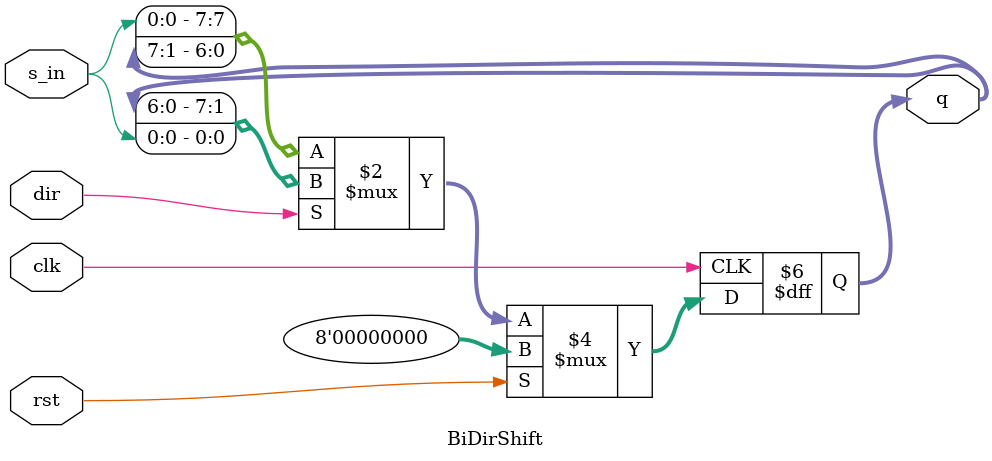
<source format=sv>
module BiDirShift #(parameter BITS=8) (
    input clk, rst, dir, s_in,
    output reg [BITS-1:0] q
);
always @(posedge clk) begin
    if (rst) q <= 0;
    else q <= dir ? {q[BITS-2:0], s_in} : {s_in, q[BITS-1:1]};
end
endmodule

</source>
